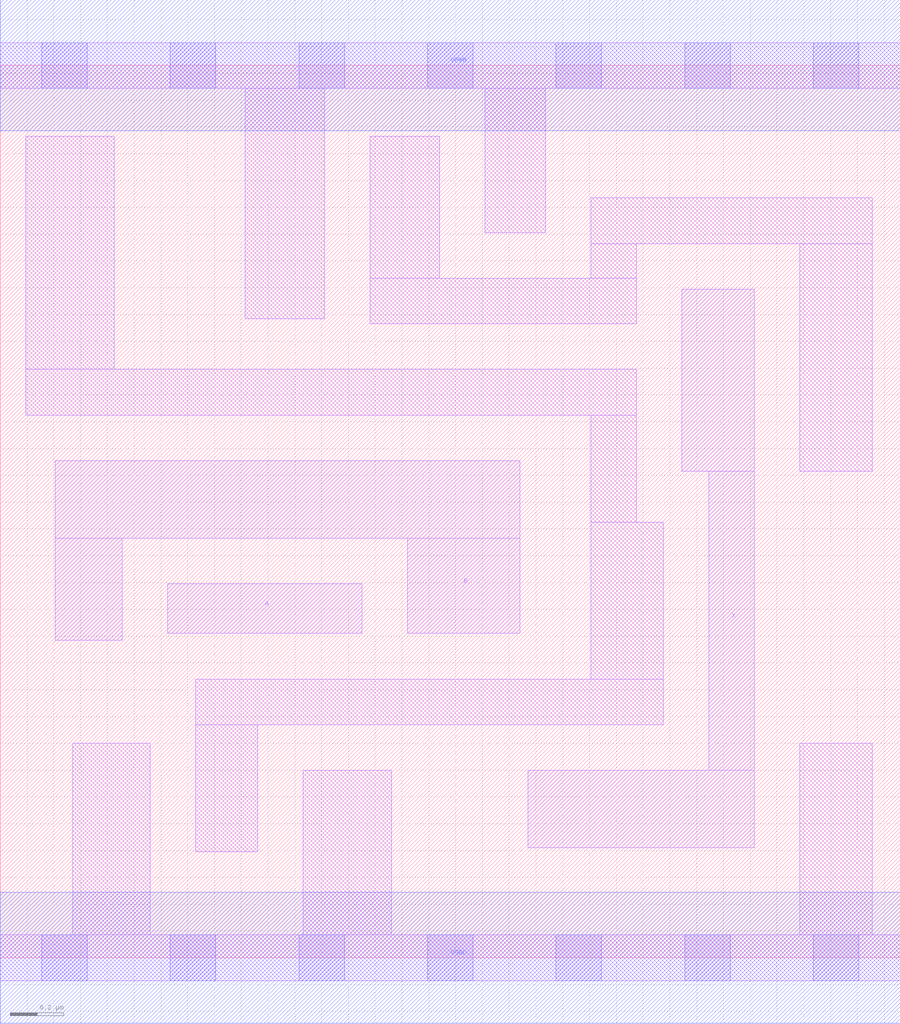
<source format=lef>
# Copyright 2020 The SkyWater PDK Authors
#
# Licensed under the Apache License, Version 2.0 (the "License");
# you may not use this file except in compliance with the License.
# You may obtain a copy of the License at
#
#     https://www.apache.org/licenses/LICENSE-2.0
#
# Unless required by applicable law or agreed to in writing, software
# distributed under the License is distributed on an "AS IS" BASIS,
# WITHOUT WARRANTIES OR CONDITIONS OF ANY KIND, either express or implied.
# See the License for the specific language governing permissions and
# limitations under the License.
#
# SPDX-License-Identifier: Apache-2.0

VERSION 5.7 ;
  NAMESCASESENSITIVE ON ;
  NOWIREEXTENSIONATPIN ON ;
  DIVIDERCHAR "/" ;
  BUSBITCHARS "[]" ;
UNITS
  DATABASE MICRONS 200 ;
END UNITS
MACRO sky130_fd_sc_lp__xor2_0
  CLASS CORE ;
  SOURCE USER ;
  FOREIGN sky130_fd_sc_lp__xor2_0 ;
  ORIGIN  0.000000  0.000000 ;
  SIZE  3.360000 BY  3.330000 ;
  SYMMETRY X Y R90 ;
  SITE unit ;
  PIN A
    ANTENNAGATEAREA  0.318000 ;
    DIRECTION INPUT ;
    USE SIGNAL ;
    PORT
      LAYER li1 ;
        RECT 0.625000 1.210000 1.350000 1.395000 ;
    END
  END A
  PIN B
    ANTENNAGATEAREA  0.318000 ;
    DIRECTION INPUT ;
    USE SIGNAL ;
    PORT
      LAYER li1 ;
        RECT 0.205000 1.185000 0.455000 1.565000 ;
        RECT 0.205000 1.565000 1.940000 1.855000 ;
        RECT 1.520000 1.210000 1.940000 1.565000 ;
    END
  END B
  PIN X
    ANTENNADIFFAREA  0.516100 ;
    DIRECTION OUTPUT ;
    USE SIGNAL ;
    PORT
      LAYER li1 ;
        RECT 1.970000 0.410000 2.815000 0.700000 ;
        RECT 2.545000 1.815000 2.815000 2.495000 ;
        RECT 2.645000 0.700000 2.815000 1.815000 ;
    END
  END X
  PIN VGND
    DIRECTION INOUT ;
    USE GROUND ;
    PORT
      LAYER met1 ;
        RECT 0.000000 -0.245000 3.360000 0.245000 ;
    END
  END VGND
  PIN VPWR
    DIRECTION INOUT ;
    USE POWER ;
    PORT
      LAYER met1 ;
        RECT 0.000000 3.085000 3.360000 3.575000 ;
    END
  END VPWR
  OBS
    LAYER li1 ;
      RECT 0.000000 -0.085000 3.360000 0.085000 ;
      RECT 0.000000  3.245000 3.360000 3.415000 ;
      RECT 0.095000  2.025000 2.375000 2.195000 ;
      RECT 0.095000  2.195000 0.425000 3.065000 ;
      RECT 0.270000  0.085000 0.560000 0.800000 ;
      RECT 0.730000  0.395000 0.960000 0.870000 ;
      RECT 0.730000  0.870000 2.475000 1.040000 ;
      RECT 0.915000  2.385000 1.210000 3.245000 ;
      RECT 1.130000  0.085000 1.460000 0.700000 ;
      RECT 1.380000  2.365000 2.375000 2.535000 ;
      RECT 1.380000  2.535000 1.640000 3.065000 ;
      RECT 1.810000  2.705000 2.035000 3.245000 ;
      RECT 2.205000  1.040000 2.475000 1.625000 ;
      RECT 2.205000  1.625000 2.375000 2.025000 ;
      RECT 2.205000  2.535000 2.375000 2.665000 ;
      RECT 2.205000  2.665000 3.255000 2.835000 ;
      RECT 2.985000  0.085000 3.255000 0.800000 ;
      RECT 2.985000  1.815000 3.255000 2.665000 ;
    LAYER mcon ;
      RECT 0.155000 -0.085000 0.325000 0.085000 ;
      RECT 0.155000  3.245000 0.325000 3.415000 ;
      RECT 0.635000 -0.085000 0.805000 0.085000 ;
      RECT 0.635000  3.245000 0.805000 3.415000 ;
      RECT 1.115000 -0.085000 1.285000 0.085000 ;
      RECT 1.115000  3.245000 1.285000 3.415000 ;
      RECT 1.595000 -0.085000 1.765000 0.085000 ;
      RECT 1.595000  3.245000 1.765000 3.415000 ;
      RECT 2.075000 -0.085000 2.245000 0.085000 ;
      RECT 2.075000  3.245000 2.245000 3.415000 ;
      RECT 2.555000 -0.085000 2.725000 0.085000 ;
      RECT 2.555000  3.245000 2.725000 3.415000 ;
      RECT 3.035000 -0.085000 3.205000 0.085000 ;
      RECT 3.035000  3.245000 3.205000 3.415000 ;
  END
END sky130_fd_sc_lp__xor2_0

</source>
